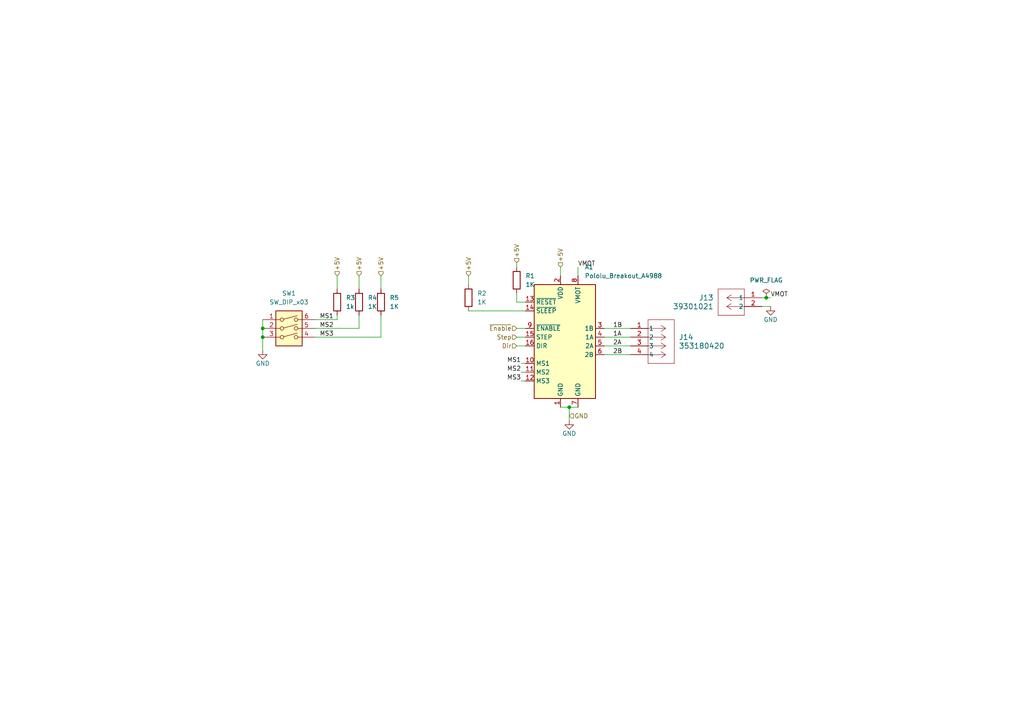
<source format=kicad_sch>
(kicad_sch (version 20230121) (generator eeschema)
  (paper "A4")
  (lib_symbols
    (symbol "Device:R" (pin_numbers hide) (pin_names (offset 0))
      (property "Reference" "R" (at 2.032 0 90))
      (property "Value" "R" (at 0 0 90))
      (symbol "R_0_1"
        (rectangle (start -1.016 -2.54) (end 1.016 2.54) (stroke (width 0.254)))
      )
      (symbol "R_1_1"
        (pin passive line (at 0 3.81 270) (length 1.27) (name "~") (number "1"))
        (pin passive line (at 0 -3.81 90) (length 1.27) (name "~") (number "2"))
      )
    )
    (symbol "Driver_Motor:Pololu_Breakout_A4988"
      (property "Reference" "A" (at -2.54 19.05 0))
      (property "Value" "Pololu_Breakout_A4988" (at -2.54 16.51 0))
      (symbol "Pololu_Breakout_A4988_0_1"
        (rectangle (start 10.16 -17.78) (end -7.62 15.24) (stroke (width 0.254)) (fill (type background)))
      )
      (symbol "Pololu_Breakout_A4988_1_1"
        (pin power_in line (at 0 -20.32 90) (length 2.54) (name "GND") (number "1"))
        (pin input line (at -10.16 -7.62 0) (length 2.54) (name "MS1") (number "10"))
        (pin input line (at -10.16 -10.16 0) (length 2.54) (name "MS2") (number "11"))
        (pin input line (at -10.16 -12.7 0) (length 2.54) (name "MS3") (number "12"))
        (pin input line (at -10.16 10.16 0) (length 2.54) (name "~{RESET}") (number "13"))
        (pin input line (at -10.16 7.62 0) (length 2.54) (name "~{SLEEP}") (number "14"))
        (pin input line (at -10.16 0 0) (length 2.54) (name "STEP") (number "15"))
        (pin input line (at -10.16 -2.54 0) (length 2.54) (name "DIR") (number "16"))
        (pin power_in line (at 0 17.78 270) (length 2.54) (name "VDD") (number "2"))
        (pin output line (at 12.7 2.54 180) (length 2.54) (name "1B") (number "3"))
        (pin output line (at 12.7 0 180) (length 2.54) (name "1A") (number "4"))
        (pin output line (at 12.7 -2.54 180) (length 2.54) (name "2A") (number "5"))
        (pin output line (at 12.7 -5.08 180) (length 2.54) (name "2B") (number "6"))
        (pin power_in line (at 5.08 -20.32 90) (length 2.54) (name "GND") (number "7"))
        (pin power_in line (at 5.08 17.78 270) (length 2.54) (name "VMOT") (number "8"))
        (pin input line (at -10.16 2.54 0) (length 2.54) (name "~{ENABLE}") (number "9"))
      )
    )
    (symbol "Local_symbols:353180420" (pin_names (offset 0.254))
      (property "Reference" "J" (at 8.89 6.35 0))
      (property "Value" "353180420" (at 0 0 0))
      (symbol "353180420_1_1"
        (polyline (pts (xy 5.08 -10.16) (xy 12.7 -10.16)) (stroke (width 0.127)))
        (polyline (pts (xy 5.08 2.54) (xy 5.08 -10.16)) (stroke (width 0.127)))
        (polyline (pts (xy 10.16 -7.62) (xy 5.08 -7.62)) (stroke (width 0.127)))
        (polyline (pts (xy 10.16 -7.62) (xy 8.89 -8.4667)) (stroke (width 0.127)))
        (polyline (pts (xy 10.16 -7.62) (xy 8.89 -6.7733)) (stroke (width 0.127)))
        (polyline (pts (xy 10.16 -5.08) (xy 5.08 -5.08)) (stroke (width 0.127)))
        (polyline (pts (xy 10.16 -5.08) (xy 8.89 -5.9267)) (stroke (width 0.127)))
        (polyline (pts (xy 10.16 -5.08) (xy 8.89 -4.2333)) (stroke (width 0.127)))
        (polyline (pts (xy 10.16 -2.54) (xy 5.08 -2.54)) (stroke (width 0.127)))
        (polyline (pts (xy 10.16 -2.54) (xy 8.89 -3.3867)) (stroke (width 0.127)))
        (polyline (pts (xy 10.16 -2.54) (xy 8.89 -1.6933)) (stroke (width 0.127)))
        (polyline (pts (xy 10.16 0) (xy 5.08 0)) (stroke (width 0.127)))
        (polyline (pts (xy 10.16 0) (xy 8.89 -0.8467)) (stroke (width 0.127)))
        (polyline (pts (xy 10.16 0) (xy 8.89 0.8467)) (stroke (width 0.127)))
        (polyline (pts (xy 12.7 -10.16) (xy 12.7 2.54)) (stroke (width 0.127)))
        (polyline (pts (xy 12.7 2.54) (xy 5.08 2.54)) (stroke (width 0.127)))
        (pin unspecified line (at 0 0 0) (length 5.08) (name "1") (number "1"))
        (pin unspecified line (at 0 -2.54 0) (length 5.08) (name "2") (number "2"))
        (pin unspecified line (at 0 -5.08 0) (length 5.08) (name "3") (number "3"))
        (pin unspecified line (at 0 -7.62 0) (length 5.08) (name "4") (number "4"))
      )
      (symbol "353180420_1_2"
        (polyline (pts (xy 5.08 -10.16) (xy 12.7 -10.16)) (stroke (width 0.127)))
        (polyline (pts (xy 5.08 2.54) (xy 5.08 -10.16)) (stroke (width 0.127)))
        (polyline (pts (xy 7.62 -7.62) (xy 5.08 -7.62)) (stroke (width 0.127)))
        (polyline (pts (xy 7.62 -7.62) (xy 8.89 -8.4667)) (stroke (width 0.127)))
        (polyline (pts (xy 7.62 -7.62) (xy 8.89 -6.7733)) (stroke (width 0.127)))
        (polyline (pts (xy 7.62 -5.08) (xy 5.08 -5.08)) (stroke (width 0.127)))
        (polyline (pts (xy 7.62 -5.08) (xy 8.89 -5.9267)) (stroke (width 0.127)))
        (polyline (pts (xy 7.62 -5.08) (xy 8.89 -4.2333)) (stroke (width 0.127)))
        (polyline (pts (xy 7.62 -2.54) (xy 5.08 -2.54)) (stroke (width 0.127)))
        (polyline (pts (xy 7.62 -2.54) (xy 8.89 -3.3867)) (stroke (width 0.127)))
        (polyline (pts (xy 7.62 -2.54) (xy 8.89 -1.6933)) (stroke (width 0.127)))
        (polyline (pts (xy 7.62 0) (xy 5.08 0)) (stroke (width 0.127)))
        (polyline (pts (xy 7.62 0) (xy 8.89 -0.8467)) (stroke (width 0.127)))
        (polyline (pts (xy 7.62 0) (xy 8.89 0.8467)) (stroke (width 0.127)))
        (polyline (pts (xy 12.7 -10.16) (xy 12.7 2.54)) (stroke (width 0.127)))
        (polyline (pts (xy 12.7 2.54) (xy 5.08 2.54)) (stroke (width 0.127)))
        (pin unspecified line (at 0 0 0) (length 5.08) (name "1") (number "1"))
        (pin unspecified line (at 0 -2.54 0) (length 5.08) (name "2") (number "2"))
        (pin unspecified line (at 0 -5.08 0) (length 5.08) (name "3") (number "3"))
        (pin unspecified line (at 0 -7.62 0) (length 5.08) (name "4") (number "4"))
      )
    )
    (symbol "Local_symbols:39301021" (pin_names (offset 0.254))
      (property "Reference" "J" (at 8.89 6.35 0))
      (property "Value" "39301021" (at 0 0 0))
      (symbol "39301021_1_1"
        (polyline (pts (xy 5.08 -5.08) (xy 12.7 -5.08)) (stroke (width 0.127)))
        (polyline (pts (xy 5.08 2.54) (xy 5.08 -5.08)) (stroke (width 0.127)))
        (polyline (pts (xy 10.16 -2.54) (xy 5.08 -2.54)) (stroke (width 0.127)))
        (polyline (pts (xy 10.16 -2.54) (xy 8.89 -3.3867)) (stroke (width 0.127)))
        (polyline (pts (xy 10.16 -2.54) (xy 8.89 -1.6933)) (stroke (width 0.127)))
        (polyline (pts (xy 10.16 0) (xy 5.08 0)) (stroke (width 0.127)))
        (polyline (pts (xy 10.16 0) (xy 8.89 -0.8467)) (stroke (width 0.127)))
        (polyline (pts (xy 10.16 0) (xy 8.89 0.8467)) (stroke (width 0.127)))
        (polyline (pts (xy 12.7 -5.08) (xy 12.7 2.54)) (stroke (width 0.127)))
        (polyline (pts (xy 12.7 2.54) (xy 5.08 2.54)) (stroke (width 0.127)))
        (pin unspecified line (at 0 0 0) (length 5.08) (name "1") (number "1"))
        (pin unspecified line (at 0 -2.54 0) (length 5.08) (name "2") (number "2"))
      )
      (symbol "39301021_1_2"
        (polyline (pts (xy 5.08 -5.08) (xy 12.7 -5.08)) (stroke (width 0.127)))
        (polyline (pts (xy 5.08 2.54) (xy 5.08 -5.08)) (stroke (width 0.127)))
        (polyline (pts (xy 7.62 -2.54) (xy 5.08 -2.54)) (stroke (width 0.127)))
        (polyline (pts (xy 7.62 -2.54) (xy 8.89 -3.3867)) (stroke (width 0.127)))
        (polyline (pts (xy 7.62 -2.54) (xy 8.89 -1.6933)) (stroke (width 0.127)))
        (polyline (pts (xy 7.62 0) (xy 5.08 0)) (stroke (width 0.127)))
        (polyline (pts (xy 7.62 0) (xy 8.89 -0.8467)) (stroke (width 0.127)))
        (polyline (pts (xy 7.62 0) (xy 8.89 0.8467)) (stroke (width 0.127)))
        (polyline (pts (xy 12.7 -5.08) (xy 12.7 2.54)) (stroke (width 0.127)))
        (polyline (pts (xy 12.7 2.54) (xy 5.08 2.54)) (stroke (width 0.127)))
        (pin unspecified line (at 0 0 0) (length 5.08) (name "1") (number "1"))
        (pin unspecified line (at 0 -2.54 0) (length 5.08) (name "2") (number "2"))
      )
    )
    (symbol "Switch:SW_DIP_x03" (pin_names (offset 0) hide)
      (property "Reference" "SW" (at 0 8.89 0))
      (property "Value" "SW_DIP_x03" (at 0 -3.81 0))
      (symbol "SW_DIP_x03_0_0"
        (circle (center -2.032 0) (radius 0.508))
        (circle (center -2.032 2.54) (radius 0.508))
        (circle (center -2.032 5.08) (radius 0.508))
        (polyline (pts (xy -1.524 0.127) (xy 2.3622 1.1684)))
        (polyline (pts (xy -1.524 2.667) (xy 2.3622 3.7084)))
        (polyline (pts (xy -1.524 5.207) (xy 2.3622 6.2484)))
        (circle (center 2.032 0) (radius 0.508))
        (circle (center 2.032 2.54) (radius 0.508))
        (circle (center 2.032 5.08) (radius 0.508))
      )
      (symbol "SW_DIP_x03_0_1"
        (rectangle (start -3.81 7.62) (end 3.81 -2.54) (stroke (width 0.254)) (fill (type background)))
      )
      (symbol "SW_DIP_x03_1_1"
        (pin passive line (at -7.62 5.08 0) (length 5.08) (name "~") (number "1"))
        (pin passive line (at -7.62 2.54 0) (length 5.08) (name "~") (number "2"))
        (pin passive line (at -7.62 0 0) (length 5.08) (name "~") (number "3"))
        (pin passive line (at 7.62 0 180) (length 5.08) (name "~") (number "4"))
        (pin passive line (at 7.62 2.54 180) (length 5.08) (name "~") (number "5"))
        (pin passive line (at 7.62 5.08 180) (length 5.08) (name "~") (number "6"))
      )
    )
    (symbol "power:GND" (power) (pin_names (offset 0))
      (property "Value" "GND" (at 0 -3.81 0))
      (symbol "GND_0_1"
        (polyline (pts (xy 0 0) (xy 0 -1.27) (xy 1.27 -1.27) (xy 0 -2.54) (xy -1.27 -1.27) (xy 0 -1.27)))
      )
      (symbol "GND_1_1"
        (pin power_in line (at 0 0 270) (length 0) hide (name "GND") (number "1"))
      )
    )
    (symbol "power:PWR_FLAG" (power) (pin_numbers hide) (pin_names (offset 0) hide)
      (property "Value" "PWR_FLAG" (at 0 3.81 0))
      (symbol "PWR_FLAG_0_0"
        (pin power_out line (at 0 0 90) (length 0) (name "pwr") (number "1"))
      )
      (symbol "PWR_FLAG_0_1"
        (polyline (pts (xy 0 0) (xy 0 1.27) (xy -1.016 1.905) (xy 0 2.54) (xy 1.016 1.905) (xy 0 1.27)))
      )
    )
  )
  (junction (at 76.2 97.79))
  (junction (at 222.25 86.36))
  (junction (at 165.1 118.11))
  (junction (at 76.2 95.25))
  (wire (pts (xy 182.88 100.33) (xy 175.26 100.33)))
  (wire (pts (xy 149.86 87.63) (xy 152.4 87.63)))
  (wire (pts (xy 76.2 92.71) (xy 76.2 95.25)))
  (wire (pts (xy 149.86 100.33) (xy 152.4 100.33)))
  (wire (pts (xy 91.44 95.25) (xy 104.14 95.25)))
  (wire (pts (xy 76.2 95.25) (xy 76.2 97.79)))
  (wire (pts (xy 165.1 118.11) (xy 167.64 118.11)))
  (wire (pts (xy 165.1 118.11) (xy 162.56 118.11)))
  (wire (pts (xy 151.13 105.41) (xy 152.4 105.41)))
  (wire (pts (xy 167.64 77.47) (xy 167.64 80.01)))
  (wire (pts (xy 91.44 92.71) (xy 97.79 92.71)))
  (wire (pts (xy 110.49 97.79) (xy 110.49 91.44)))
  (wire (pts (xy 135.89 90.17) (xy 152.4 90.17)))
  (wire (pts (xy 76.2 101.6) (xy 76.2 97.79)))
  (wire (pts (xy 151.13 110.49) (xy 152.4 110.49)))
  (wire (pts (xy 91.44 97.79) (xy 110.49 97.79)))
  (wire (pts (xy 175.26 97.79) (xy 182.88 97.79)))
  (wire (pts (xy 175.26 95.25) (xy 182.88 95.25)))
  (wire (pts (xy 104.14 80.01) (xy 104.14 83.82)))
  (wire (pts (xy 165.1 121.92) (xy 165.1 118.11)))
  (wire (pts (xy 149.86 97.79) (xy 152.4 97.79)))
  (wire (pts (xy 149.86 95.25) (xy 152.4 95.25)))
  (wire (pts (xy 223.52 88.9) (xy 220.98 88.9)))
  (wire (pts (xy 223.52 86.36) (xy 222.25 86.36)))
  (wire (pts (xy 149.86 76.2) (xy 149.86 77.47)))
  (wire (pts (xy 135.89 80.01) (xy 135.89 82.55)))
  (wire (pts (xy 162.56 77.47) (xy 162.56 80.01)))
  (wire (pts (xy 182.88 102.87) (xy 175.26 102.87)))
  (wire (pts (xy 151.13 107.95) (xy 152.4 107.95)))
  (wire (pts (xy 97.79 92.71) (xy 97.79 91.44)))
  (wire (pts (xy 110.49 80.01) (xy 110.49 83.82)))
  (wire (pts (xy 97.79 80.01) (xy 97.79 83.82)))
  (wire (pts (xy 149.86 85.09) (xy 149.86 87.63)))
  (wire (pts (xy 104.14 95.25) (xy 104.14 91.44)))
  (wire (pts (xy 222.25 86.36) (xy 220.98 86.36)))
  (label "MS1" (at 151.13 105.41 180))
  (label "1B" (at 177.8 95.25 0))
  (label "VMOT" (at 167.64 77.47 0))
  (label "2B" (at 177.8 102.87 0))
  (label "MS2" (at 151.13 107.95 180))
  (label "MS3" (at 92.71 97.79 0))
  (label "2A" (at 177.8 100.33 0))
  (label "MS1" (at 92.71 92.71 0))
  (label "MS2" (at 92.71 95.25 0))
  (label "MS3" (at 151.13 110.49 180))
  (label "1A" (at 177.8 97.79 0))
  (label "VMOT" (at 223.52 86.36 0))
  (hierarchical_label "+5V" (shape input) (at 110.49 80.01 90))
  (hierarchical_label "+5V" (shape input) (at 104.14 80.01 90))
  (hierarchical_label "+5V" (shape input) (at 97.79 80.01 90))
  (hierarchical_label "~{Enable}" (shape input) (at 149.86 95.25 180))
  (hierarchical_label "Step" (shape input) (at 149.86 97.79 180))
  (hierarchical_label "+5V" (shape input) (at 162.56 77.47 90))
  (hierarchical_label "+5V" (shape input) (at 149.86 76.2 90))
  (hierarchical_label "Dir" (shape input) (at 149.86 100.33 180))
  (hierarchical_label "+5V" (shape input) (at 135.89 80.01 90))
  (hierarchical_label "GND" (shape input) (at 165.1 120.65 0))
  (symbol (lib_id "Local_symbols:39301021") (at 220.98 86.36 0) (mirror y) (unit 1)
    (property "Reference" "J13" (at 207.01 86.36 0) (effects (font (size 1.524 1.524)) (justify left)))
    (property "Value" "39301021" (at 207.01 88.9 0) (effects (font (size 1.524 1.524)) (justify left)))
    (property "Footprint" "Local_Footprints:CON_39301021" (effects hide))
    (property "Datasheet" "39301021" (effects hide))
  )
  (symbol (lib_id "Device:R") (at 135.89 86.36 0) (unit 1)
    (property "Reference" "R2" (at 138.43 85.09 0) (effects (justify left)))
    (property "Value" "1K" (at 138.43 87.63 0) (effects (justify left)))
    (property "Footprint" "Resistor_SMD:R_0805_2012Metric_Pad1.20x1.40mm_HandSolder" (effects hide))
  )
  (symbol (lib_id "Device:R") (at 149.86 81.28 0) (unit 1)
    (property "Reference" "R1" (at 152.4 80.01 0) (effects (justify left)))
    (property "Value" "1K" (at 152.4 82.55 0) (effects (justify left)))
    (property "Footprint" "Resistor_SMD:R_0805_2012Metric_Pad1.20x1.40mm_HandSolder" (effects hide))
  )
  (symbol (lib_id "power:GND") (at 76.2 101.6 0) (unit 1)
    (property "Reference" "#PWR028" (effects hide))
    (property "Value" "GND" (at 76.2 105.41 0))
    (instances (project "cnc_arduino_hat" (path "" (reference "#PWR028") (unit 1)) (path "" (reference "#PWR033") (unit 1))))
  )
  (symbol (lib_id "power:GND") (at 223.52 88.9 0) (mirror y) (unit 1)
    (property "Reference" "#PWR028" (effects hide))
    (property "Value" "GND" (at 223.52 92.71 0))
    (instances (project "cnc_arduino_hat" (path "" (reference "#PWR028") (unit 1)) (path "" (reference "#PWR034") (unit 1))))
  )
  (symbol (lib_id "Driver_Motor:Pololu_Breakout_A4988") (at 162.56 97.79 0) (unit 1)
    (property "Reference" "A1" (at 169.5959 77.47 0) (effects (justify left)))
    (property "Value" "Pololu_Breakout_A4988" (at 169.5959 80.01 0) (effects (justify left)))
    (property "Footprint" "Module:Pololu_Breakout-16_15.2x20.3mm" (effects hide))
    (property "Datasheet" "https://www.pololu.com/product/2980/pictures" (effects hide))
  )
  (symbol (lib_id "power:GND") (at 165.1 121.92 0) (unit 1)
    (property "Reference" "#PWR028" (effects hide))
    (property "Value" "GND" (at 165.1 125.73 0))
    (instances (project "cnc_arduino_hat" (path "" (reference "#PWR028") (unit 1)) (path "" (reference "#PWR032") (unit 1))))
  )
  (symbol (lib_id "power:PWR_FLAG") (at 222.25 86.36 0) (unit 1)
    (property "Reference" "#FLG05" (effects hide))
    (property "Value" "PWR_FLAG" (at 222.25 81.28 0))
  )
  (symbol (lib_id "Device:R") (at 110.49 87.63 0) (unit 1)
    (property "Reference" "R5" (at 113.03 86.36 0) (effects (justify left)))
    (property "Value" "1K" (at 113.03 88.9 0) (effects (justify left)))
    (property "Footprint" "Resistor_SMD:R_0805_2012Metric_Pad1.20x1.40mm_HandSolder" (effects hide))
  )
  (symbol (lib_id "Switch:SW_DIP_x03") (at 83.82 97.79 0) (unit 1)
    (property "Reference" "SW1" (at 83.82 85.09 0))
    (property "Value" "SW_DIP_x03" (at 83.82 87.63 0))
    (property "Footprint" "Button_Switch_SMD:SW_DIP_SPSTx03_Slide_9.78x9.8mm_W8.61mm_P2.54mm" (effects hide))
  )
  (symbol (lib_id "Device:R") (at 97.79 87.63 0) (unit 1)
    (property "Reference" "R3" (at 100.33 86.36 0) (effects (justify left)))
    (property "Value" "1k" (at 100.33 88.9 0) (effects (justify left)))
    (property "Footprint" "Resistor_SMD:R_0805_2012Metric_Pad1.20x1.40mm_HandSolder" (effects hide))
  )
  (symbol (lib_id "Local_symbols:353180420") (at 182.88 95.25 0) (unit 1)
    (property "Reference" "J14" (at 196.85 97.79 0) (effects (font (size 1.524 1.524)) (justify left)))
    (property "Value" "353180420" (at 196.85 100.33 0) (effects (font (size 1.524 1.524)) (justify left)))
    (property "Footprint" "Local_Footprints:CONN_35318-0420_MOL" (effects hide))
    (property "Datasheet" "353180420" (effects hide))
  )
  (symbol (lib_id "Device:R") (at 104.14 87.63 0) (unit 1)
    (property "Reference" "R4" (at 106.68 86.36 0) (effects (justify left)))
    (property "Value" "1K" (at 106.68 88.9 0) (effects (justify left)))
    (property "Footprint" "Resistor_SMD:R_0805_2012Metric_Pad1.20x1.40mm_HandSolder" (effects hide))
  )
)
</source>
